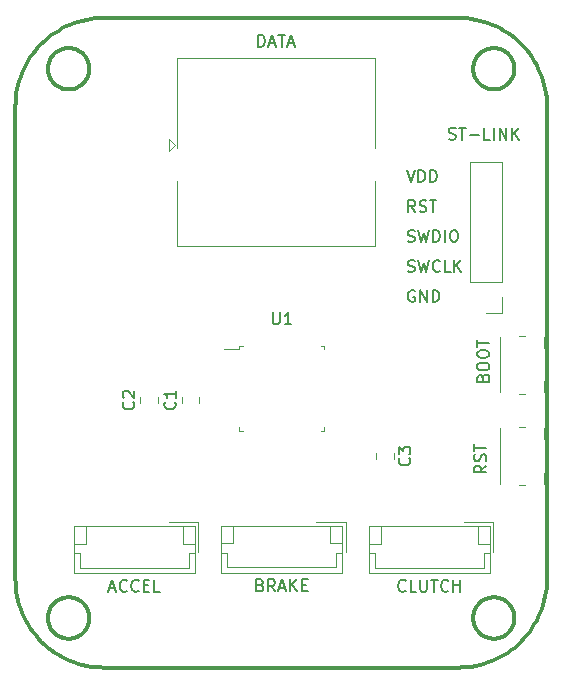
<source format=gbr>
%TF.GenerationSoftware,KiCad,Pcbnew,6.0.9+dfsg-1~bpo11+1*%
%TF.CreationDate,2022-12-30T14:53:09-06:00*%
%TF.ProjectId,Pedals,50656461-6c73-42e6-9b69-6361645f7063,rev?*%
%TF.SameCoordinates,Original*%
%TF.FileFunction,Legend,Top*%
%TF.FilePolarity,Positive*%
%FSLAX46Y46*%
G04 Gerber Fmt 4.6, Leading zero omitted, Abs format (unit mm)*
G04 Created by KiCad (PCBNEW 6.0.9+dfsg-1~bpo11+1) date 2022-12-30 14:53:09*
%MOMM*%
%LPD*%
G01*
G04 APERTURE LIST*
%TA.AperFunction,Profile*%
%ADD10C,0.349999*%
%TD*%
%ADD11C,0.150000*%
%ADD12C,0.120000*%
G04 APERTURE END LIST*
D10*
X163336833Y-77300384D02*
X163402943Y-77352336D01*
X164097310Y-77664445D02*
X164183488Y-77679835D01*
X164359941Y-77697722D02*
X164449996Y-77699999D01*
X125210088Y-74988996D02*
X125421681Y-74687955D01*
X129208697Y-124027430D02*
X129284154Y-123988784D01*
X168510819Y-76621198D02*
X168625807Y-76968736D01*
X165852333Y-121402946D02*
X165800381Y-121336836D01*
X129268735Y-71974189D02*
X129621871Y-71876192D01*
X162911211Y-76784153D02*
X162953349Y-76857438D01*
X126702277Y-122540054D02*
X126709035Y-122628927D01*
X164012643Y-124144904D02*
X164097310Y-124164445D01*
X130144905Y-76387352D02*
X130164446Y-76302685D01*
X128921198Y-72089177D02*
X129268735Y-71974189D01*
X165745378Y-77126660D02*
X165800381Y-77063162D01*
X126953353Y-123357438D02*
X126998872Y-123428441D01*
X130190964Y-76128927D02*
X130197722Y-76040054D01*
X129563162Y-77300384D02*
X129626660Y-77245381D01*
X168913296Y-78408717D02*
X168940779Y-78778096D01*
X129626660Y-121154617D02*
X129563162Y-121099614D01*
X125013959Y-75299323D02*
X125210088Y-74988996D01*
X164449996Y-77699999D02*
X164449996Y-77699999D01*
X166093807Y-75348290D02*
X166062472Y-75268820D01*
X131449999Y-71650000D02*
X161449996Y-71650000D01*
X123986700Y-78408717D02*
X124032193Y-78042476D01*
X130179835Y-122716507D02*
X130190964Y-122628927D01*
X127768820Y-124062475D02*
X127848290Y-124093810D01*
X127288995Y-72910088D02*
X127599322Y-72713959D01*
X124669112Y-75945376D02*
X124833549Y-75618321D01*
X165912041Y-73121681D02*
X166203181Y-73348484D01*
X126755094Y-122012646D02*
X126735553Y-122097313D01*
X129563162Y-121099614D02*
X129497053Y-121047662D01*
X166093807Y-123051708D02*
X166121319Y-122970396D01*
X164628923Y-124190964D02*
X164716504Y-124179835D01*
X165051705Y-124093810D02*
X165131175Y-124062475D01*
X130164446Y-122097313D02*
X130144905Y-122012646D01*
X165357435Y-120953352D02*
X165284150Y-120911214D01*
X168804554Y-77679989D02*
X168867803Y-78042476D01*
X128802686Y-74235553D02*
X128716507Y-74220163D01*
X165208694Y-124027430D02*
X165284150Y-123988784D01*
X129208697Y-77527430D02*
X129284154Y-77488784D01*
X128887352Y-124144904D02*
X128970396Y-124121323D01*
X129745381Y-121273338D02*
X129687437Y-121212562D01*
X125890241Y-74116192D02*
X126146699Y-73846699D01*
X166190961Y-122628927D02*
X166197719Y-122540054D01*
X163402943Y-123852336D02*
X163471554Y-123901127D01*
X165901124Y-121471557D02*
X165852333Y-121402946D01*
X128271072Y-74209034D02*
X128183491Y-74220163D01*
X162755091Y-122887352D02*
X162778672Y-122970396D01*
X128449999Y-120699999D02*
X128449999Y-120699999D01*
X128449999Y-124199999D02*
X128449999Y-124199999D01*
X129626660Y-123745381D02*
X129687437Y-123687436D01*
X130121323Y-122970396D02*
X130144905Y-122887352D01*
X162998868Y-74971557D02*
X162953349Y-75042560D01*
X129946646Y-75042560D02*
X129901127Y-74971557D01*
X125648483Y-123903185D02*
X125421681Y-123612045D01*
X129800385Y-121336836D02*
X129745381Y-121273338D01*
X127154617Y-123626660D02*
X127212562Y-123687436D01*
X124274189Y-121331264D02*
X124176192Y-120978129D01*
X162872565Y-75191301D02*
X162837519Y-75268820D01*
X162778672Y-75429602D02*
X162755091Y-75512646D01*
X166483805Y-73590241D02*
X166753299Y-73846699D01*
X168949996Y-119150000D02*
X168940779Y-119521903D01*
X164887349Y-124144904D02*
X164970393Y-124121323D01*
X162720160Y-76216507D02*
X162735550Y-76302685D01*
X166199996Y-122449999D02*
X166199996Y-122449999D01*
X166179832Y-122716507D02*
X166190961Y-122628927D01*
X126702277Y-122359944D02*
X126700000Y-122449999D01*
X167886037Y-123000677D02*
X167689909Y-123311004D01*
X163047659Y-74902946D02*
X162998868Y-74971557D01*
X165852333Y-76997052D02*
X165901124Y-76928441D01*
X129626660Y-74654617D02*
X129563162Y-74599614D01*
X129428441Y-77401127D02*
X129497053Y-77352336D01*
X127336837Y-123800384D02*
X127402946Y-123852336D01*
X162735550Y-76302685D02*
X162755091Y-76387352D01*
X166199996Y-75949999D02*
X166197719Y-75859944D01*
X130093810Y-121848290D02*
X130062476Y-121768820D01*
X125421681Y-123612045D02*
X125210088Y-123311004D01*
X128012647Y-74255094D02*
X127929603Y-74278675D01*
X130027430Y-76708697D02*
X130062476Y-76631178D01*
X129357438Y-77446646D02*
X129428441Y-77401127D01*
X163212559Y-121212562D02*
X163154614Y-121273338D01*
X126806189Y-76551708D02*
X126837523Y-76631178D01*
X127615845Y-120911214D02*
X127542560Y-120953352D01*
X124176192Y-77321871D02*
X124274189Y-76968736D01*
X130062476Y-123131178D02*
X130093810Y-123051708D01*
X129621871Y-126423808D02*
X129268735Y-126325811D01*
X126696815Y-124951517D02*
X126416192Y-124709760D01*
X165131175Y-120837523D02*
X165051705Y-120806188D01*
X164970393Y-74278675D02*
X164887349Y-74255094D01*
X131449999Y-71650000D02*
X131449999Y-71650000D01*
X128802686Y-124164445D02*
X128887352Y-124144904D01*
X130093810Y-123051708D02*
X130121323Y-122970396D01*
X162911211Y-121615845D02*
X162872565Y-121691301D01*
X162720160Y-75683491D02*
X162709031Y-75771071D01*
X165284150Y-123988784D02*
X165357435Y-123946646D01*
X130199999Y-75949999D02*
X130199999Y-75949999D01*
X168867803Y-120257523D02*
X168804554Y-120620010D01*
X131449999Y-126650000D02*
X131449999Y-126650000D01*
X166197719Y-122359944D02*
X166190961Y-122271071D01*
X165131175Y-124062475D02*
X165208694Y-124027430D01*
X162911211Y-75115845D02*
X162872565Y-75191301D01*
X130027430Y-123208697D02*
X130062476Y-123131178D01*
X163615842Y-120911214D02*
X163542557Y-120953352D01*
X163631260Y-126325811D02*
X163278125Y-126423808D01*
X126720163Y-122183491D02*
X126709035Y-122271071D01*
X128802686Y-77664445D02*
X128887352Y-77644904D01*
X164359941Y-74202276D02*
X164271068Y-74209034D01*
X163615842Y-74411214D02*
X163542557Y-74453352D01*
X165284150Y-74411214D02*
X165208694Y-74372568D01*
X126953353Y-76857438D02*
X126998872Y-76928441D01*
X126735553Y-75597313D02*
X126720163Y-75683491D01*
X162709031Y-75771071D02*
X162702273Y-75859944D01*
X127154617Y-77126660D02*
X127212562Y-77187436D01*
X166062472Y-76631178D02*
X166093807Y-76551708D01*
X127099614Y-77063162D02*
X127154617Y-77126660D01*
X162837519Y-75268820D02*
X162806185Y-75348290D01*
X123959217Y-78778096D02*
X123986700Y-78408717D01*
X127848290Y-74306188D02*
X127768820Y-74337523D01*
X164981675Y-72533549D02*
X165300674Y-72713959D01*
X166062472Y-121768820D02*
X166027427Y-121691301D01*
X129131179Y-74337523D02*
X129051708Y-74306188D01*
X124833549Y-122681679D02*
X124669112Y-122354623D01*
X127336837Y-121099614D02*
X127273339Y-121154617D01*
X166753299Y-124453303D02*
X166753299Y-124453303D01*
X162720160Y-122716507D02*
X162735550Y-122802685D01*
X128970396Y-120778675D02*
X128887352Y-120755094D01*
X126998872Y-74971557D02*
X126953353Y-75042560D01*
X166190961Y-76128927D02*
X166197719Y-76040054D01*
X127099614Y-74836836D02*
X127047662Y-74902946D01*
X168379093Y-122020126D02*
X168230884Y-122354623D01*
X129687437Y-74712562D02*
X129626660Y-74654617D01*
X126735553Y-122802685D02*
X126755094Y-122887352D01*
X165497049Y-74547662D02*
X165428438Y-74498871D01*
X127047662Y-123497052D02*
X127099614Y-123563162D01*
X164540051Y-124197722D02*
X164628923Y-124190964D01*
X166199996Y-75949999D02*
X166199996Y-75949999D01*
X163099611Y-123563162D02*
X163154614Y-123626660D01*
X129051708Y-120806188D02*
X128970396Y-120778675D01*
X130179835Y-75683491D02*
X130164446Y-75597313D01*
X127599322Y-72713959D02*
X127918321Y-72533549D01*
X166190961Y-75771071D02*
X166179832Y-75683491D01*
X130197722Y-122540054D02*
X130199999Y-122449999D01*
X162920006Y-126504558D02*
X162557519Y-126567807D01*
X165626657Y-77245381D02*
X165687433Y-77187436D01*
X164449996Y-120699999D02*
X164449996Y-120699999D01*
X163278125Y-126423808D02*
X162920006Y-126504558D01*
X126700000Y-75949999D02*
X126702277Y-76040054D01*
X127929603Y-120778675D02*
X127848290Y-120806188D01*
X129208697Y-74372568D02*
X129131179Y-74337523D01*
X124520903Y-122020126D02*
X124389177Y-121678801D01*
X127154617Y-121273338D02*
X127099614Y-121336836D01*
X168949996Y-119150000D02*
X168949996Y-119150000D01*
X128579873Y-72220903D02*
X128921198Y-72089177D01*
X129051708Y-74306188D02*
X128970396Y-74278675D01*
X123950000Y-119150000D02*
X123950000Y-79150000D01*
X128628927Y-77690964D02*
X128716507Y-77679835D01*
X166753299Y-124453303D02*
X166483805Y-124709760D01*
X163273335Y-74654617D02*
X163212559Y-74712562D01*
X165428438Y-74498871D02*
X165357435Y-74453352D01*
X126872568Y-76708697D02*
X126911215Y-76784153D01*
X164320122Y-126079096D02*
X163978797Y-126210822D01*
X164540051Y-74202276D02*
X164449996Y-74199999D01*
X163929599Y-74278675D02*
X163848287Y-74306188D01*
X129988784Y-121615845D02*
X129946646Y-121542560D01*
X126911215Y-123284153D02*
X126953353Y-123357438D01*
X128802686Y-120735553D02*
X128716507Y-120720163D01*
X162702273Y-122359944D02*
X162699996Y-122449999D01*
X127336837Y-74599614D02*
X127273339Y-74654617D01*
X166027427Y-76708697D02*
X166062472Y-76631178D01*
X131078096Y-71659217D02*
X131449999Y-71650000D01*
X164359941Y-120702276D02*
X164271068Y-120709034D01*
X127471557Y-123901127D02*
X127542560Y-123946646D01*
X165497049Y-77352336D02*
X165563159Y-77300384D01*
X163848287Y-124093810D02*
X163929599Y-124121323D01*
X127212562Y-74712562D02*
X127154617Y-74773338D01*
X129979989Y-71795442D02*
X130342476Y-71732193D01*
X165051705Y-74306188D02*
X164970393Y-74278675D01*
X165300674Y-72713959D02*
X165611001Y-72910088D01*
X127154617Y-74773338D02*
X127099614Y-74836836D01*
X166121319Y-76470396D02*
X166144901Y-76387352D01*
X129852337Y-74902946D02*
X129800385Y-74836836D01*
X164183488Y-120720163D02*
X164097310Y-120735553D01*
X126872568Y-75191301D02*
X126837523Y-75268820D01*
X128449999Y-77699999D02*
X128449999Y-77699999D01*
X165051705Y-77593810D02*
X165131175Y-77562475D01*
X166197719Y-122540054D02*
X166199996Y-122449999D01*
X163768817Y-77562475D02*
X163848287Y-77593810D01*
X127929603Y-124121323D02*
X128012647Y-124144904D01*
X128716507Y-77679835D02*
X128802686Y-77664445D01*
X168949996Y-79150000D02*
X168949996Y-119150000D01*
X161449996Y-71650000D02*
X161449996Y-71650000D01*
X162702273Y-76040054D02*
X162709031Y-76128927D01*
X166062472Y-75268820D02*
X166027427Y-75191301D01*
X129745381Y-77126660D02*
X129800385Y-77063162D01*
X127691302Y-74372568D02*
X127615845Y-74411214D01*
X127848290Y-120806188D02*
X127768820Y-120837523D01*
X168723804Y-77321871D02*
X168804554Y-77679989D01*
X130144905Y-122012646D02*
X130121323Y-121929602D01*
X127212562Y-77187436D02*
X127273339Y-77245381D01*
X127402946Y-121047662D02*
X127336837Y-121099614D01*
X129901127Y-76928441D02*
X129946646Y-76857438D01*
X129497053Y-123852336D02*
X129563162Y-123800384D01*
X128921198Y-126210822D02*
X128579873Y-126079096D01*
X168066447Y-122681679D02*
X167886037Y-123000677D01*
X129208697Y-120872568D02*
X129131179Y-120837523D01*
X128183491Y-74220163D02*
X128097313Y-74235553D01*
X125648483Y-74396816D02*
X125890241Y-74116192D01*
X165687433Y-123687436D02*
X165745378Y-123626660D01*
X163978797Y-72089177D02*
X164320122Y-72220903D01*
X127273339Y-123745381D02*
X127336837Y-123800384D01*
X165563159Y-121099614D02*
X165497049Y-121047662D01*
X165988781Y-121615845D02*
X165946643Y-121542560D01*
X165563159Y-77300384D02*
X165626657Y-77245381D01*
X130342476Y-126567807D02*
X129979989Y-126504558D01*
X123950000Y-79150000D02*
X123959217Y-78778096D01*
X129946646Y-121542560D02*
X129901127Y-121471557D01*
X127929603Y-77621323D02*
X128012647Y-77644904D01*
X164802682Y-120735553D02*
X164716504Y-120720163D01*
X130199999Y-122449999D02*
X130199999Y-122449999D01*
X124520903Y-76279874D02*
X124669112Y-75945376D01*
X126416192Y-73590241D02*
X126696815Y-73348484D01*
X129988784Y-75115845D02*
X129946646Y-75042560D01*
X162837519Y-121768820D02*
X162806185Y-121848290D01*
X130062476Y-75268820D02*
X130027430Y-75191301D01*
X165946643Y-75042560D02*
X165901124Y-74971557D01*
X127768820Y-120837523D02*
X127691302Y-120872568D01*
X164716504Y-77679835D02*
X164802682Y-77664445D01*
X163691298Y-77527430D02*
X163768817Y-77562475D01*
X163047659Y-76997052D02*
X163099611Y-77063162D01*
X126998872Y-123428441D02*
X127047662Y-123497052D01*
X164359941Y-124197722D02*
X164449996Y-124199999D01*
X166144901Y-75512646D02*
X166121319Y-75429602D01*
X162699996Y-75949999D02*
X162699996Y-75949999D01*
X165852333Y-123497052D02*
X165901124Y-123428441D01*
X163273335Y-77245381D02*
X163336833Y-77300384D01*
X164970393Y-77621323D02*
X165051705Y-77593810D01*
X168230884Y-122354623D02*
X168066447Y-122681679D01*
X162872565Y-76708697D02*
X162911211Y-76784153D01*
X128887352Y-120755094D02*
X128802686Y-120735553D01*
X164887349Y-74255094D02*
X164802682Y-74235553D01*
X128245376Y-125930888D02*
X127918321Y-125766451D01*
X168949996Y-79150000D02*
X168949996Y-79150000D01*
X163929599Y-77621323D02*
X164012643Y-77644904D01*
X130164446Y-75597313D02*
X130144905Y-75512646D01*
X129497053Y-77352336D02*
X129563162Y-77300384D01*
X128359944Y-120702276D02*
X128271072Y-120709034D01*
X164097310Y-124164445D02*
X164183488Y-124179835D01*
X123986700Y-119891283D02*
X123959217Y-119521903D01*
X164271068Y-77690964D02*
X164359941Y-77697722D01*
X164012643Y-120755094D02*
X163929599Y-120778675D01*
X168867803Y-78042476D02*
X168913296Y-78408717D01*
X165563159Y-123800384D02*
X165626657Y-123745381D01*
X167009756Y-74116192D02*
X167251513Y-74396816D01*
X163099611Y-77063162D02*
X163154614Y-77126660D01*
X129852337Y-123497052D02*
X129901127Y-123428441D01*
X166199996Y-122449999D02*
X166199996Y-122449999D01*
X130197722Y-76040054D02*
X130199999Y-75949999D01*
X165852333Y-74902946D02*
X165800381Y-74836836D01*
X128097313Y-124164445D02*
X128183491Y-124179835D01*
X129428441Y-123901127D02*
X129497053Y-123852336D01*
X164449996Y-120699999D02*
X164359941Y-120702276D01*
X164271068Y-120709034D02*
X164183488Y-120720163D01*
X164716504Y-120720163D02*
X164628923Y-120709034D01*
X126755094Y-76387352D02*
X126778676Y-76470396D01*
X163768817Y-120837523D02*
X163691298Y-120872568D01*
X130190964Y-75771071D02*
X130179835Y-75683491D01*
X126720163Y-76216507D02*
X126735553Y-76302685D01*
X130164446Y-76302685D02*
X130179835Y-76216507D01*
X163471554Y-77401127D02*
X163542557Y-77446646D01*
X166164442Y-122802685D02*
X166179832Y-122716507D01*
X127273339Y-74654617D02*
X127212562Y-74712562D01*
X164097310Y-74235553D02*
X164012643Y-74255094D01*
X130164446Y-122802685D02*
X130179835Y-122716507D01*
X166190961Y-122271071D02*
X166179832Y-122183491D01*
X162191279Y-126613300D02*
X161821900Y-126640782D01*
X166164442Y-76302685D02*
X166179832Y-76216507D01*
X129946646Y-123357438D02*
X129988784Y-123284153D01*
X128628927Y-120709034D02*
X128540054Y-120702276D01*
X124095442Y-120620010D02*
X124032193Y-120257523D01*
X128359944Y-77697722D02*
X128449999Y-77699999D01*
X129800385Y-74836836D02*
X129745381Y-74773338D01*
X166093807Y-121848290D02*
X166062472Y-121768820D01*
X126709035Y-76128927D02*
X126720163Y-76216507D01*
X130027430Y-75191301D02*
X129988784Y-75115845D01*
X165901124Y-74971557D02*
X165852333Y-74902946D01*
X126872568Y-123208697D02*
X126911215Y-123284153D01*
X166144901Y-122012646D02*
X166121319Y-121929602D01*
X126735553Y-76302685D02*
X126755094Y-76387352D01*
X168625807Y-121331264D02*
X168510819Y-121678801D01*
X128970396Y-74278675D02*
X128887352Y-74255094D01*
X130062476Y-76631178D02*
X130093810Y-76551708D01*
X129621871Y-71876192D02*
X129979989Y-71795442D01*
X165051705Y-120806188D02*
X164970393Y-120778675D01*
X165946643Y-121542560D02*
X165901124Y-121471557D01*
X167689909Y-74988996D02*
X167886037Y-75299323D01*
X129901127Y-74971557D02*
X129852337Y-74902946D01*
X126806189Y-75348290D02*
X126778676Y-75429602D01*
X126700000Y-122449999D02*
X126700000Y-122449999D01*
X126720163Y-122716507D02*
X126735553Y-122802685D01*
X127099614Y-123563162D02*
X127154617Y-123626660D01*
X127402946Y-77352336D02*
X127471557Y-77401127D01*
X129284154Y-74411214D02*
X129208697Y-74372568D01*
X128540054Y-74202276D02*
X128449999Y-74199999D01*
X130708716Y-126613300D02*
X130342476Y-126567807D01*
X161821900Y-126640782D02*
X161449996Y-126650000D01*
X166093807Y-76551708D02*
X166121319Y-76470396D01*
X126911215Y-121615845D02*
X126872568Y-121691301D01*
X128097313Y-77664445D02*
X128183491Y-77679835D01*
X163273335Y-123745381D02*
X163336833Y-123800384D01*
X126998872Y-76928441D02*
X127047662Y-76997052D01*
X124095442Y-77679989D02*
X124176192Y-77321871D01*
X129428441Y-120998871D02*
X129357438Y-120953352D01*
X168510819Y-121678801D02*
X168379093Y-122020126D01*
X163471554Y-74498871D02*
X163402943Y-74547662D01*
X161449996Y-71650000D02*
X161821900Y-71659217D01*
X163471554Y-123901127D02*
X163542557Y-123946646D01*
X129268735Y-126325811D02*
X128921198Y-126210822D01*
X129497053Y-121047662D02*
X129428441Y-120998871D01*
X129687437Y-121212562D02*
X129626660Y-121154617D01*
X127615845Y-74411214D02*
X127542560Y-74453352D01*
X127336837Y-77300384D02*
X127402946Y-77352336D01*
X162806185Y-75348290D02*
X162778672Y-75429602D01*
X163336833Y-74599614D02*
X163273335Y-74654617D01*
X126953353Y-121542560D02*
X126911215Y-121615845D01*
X161449996Y-126650000D02*
X131449999Y-126650000D01*
X130121323Y-75429602D02*
X130093810Y-75348290D01*
X164887349Y-77644904D02*
X164970393Y-77621323D01*
X163631260Y-71974189D02*
X163978797Y-72089177D01*
X126806189Y-121848290D02*
X126778676Y-121929602D01*
X128579873Y-126079096D02*
X128245376Y-125930888D01*
X163154614Y-121273338D02*
X163099611Y-121336836D01*
X128449999Y-74199999D02*
X128449999Y-74199999D01*
X129357438Y-123946646D02*
X129428441Y-123901127D01*
X162806185Y-76551708D02*
X162837519Y-76631178D01*
X127615845Y-77488784D02*
X127691302Y-77527430D01*
X162735550Y-122802685D02*
X162755091Y-122887352D01*
X127542560Y-77446646D02*
X127615845Y-77488784D01*
X162557519Y-126567807D02*
X162191279Y-126613300D01*
X126987955Y-125178320D02*
X126696815Y-124951517D01*
X127615845Y-123988784D02*
X127691302Y-124027430D01*
X129988784Y-76784153D02*
X130027430Y-76708697D01*
X128716507Y-74220163D02*
X128628927Y-74209034D01*
X165745378Y-123626660D02*
X165800381Y-123563162D01*
X163471554Y-120998871D02*
X163402943Y-121047662D01*
X128183491Y-124179835D02*
X128271072Y-124190964D01*
X166121319Y-75429602D02*
X166093807Y-75348290D01*
X163154614Y-77126660D02*
X163212559Y-77187436D01*
X163542557Y-120953352D02*
X163471554Y-120998871D01*
X168230884Y-75945376D02*
X168379093Y-76279874D01*
X164012643Y-74255094D02*
X163929599Y-74278675D01*
X129979989Y-126504558D02*
X129621871Y-126423808D01*
X128449999Y-74199999D02*
X128359944Y-74202276D01*
X128359944Y-124197722D02*
X128449999Y-124199999D01*
X162709031Y-122271071D02*
X162702273Y-122359944D01*
X124833549Y-75618321D02*
X125013959Y-75299323D01*
X164449996Y-74199999D02*
X164359941Y-74202276D01*
X165131175Y-77562475D02*
X165208694Y-77527430D01*
X165497049Y-123852336D02*
X165563159Y-123800384D01*
X163336833Y-121099614D02*
X163273335Y-121154617D01*
X129745381Y-123626660D02*
X129800385Y-123563162D01*
X128183491Y-120720163D02*
X128097313Y-120735553D01*
X162953349Y-121542560D02*
X162911211Y-121615845D01*
X124389177Y-121678801D02*
X124274189Y-121331264D01*
X127691302Y-120872568D02*
X127615845Y-120911214D01*
X127929603Y-74278675D02*
X127848290Y-74306188D01*
X162778672Y-76470396D02*
X162806185Y-76551708D01*
X165208694Y-77527430D02*
X165284150Y-77488784D01*
X128628927Y-124190964D02*
X128716507Y-124179835D01*
X165357435Y-77446646D02*
X165428438Y-77401127D01*
X128271072Y-77690964D02*
X128359944Y-77697722D01*
X162837519Y-76631178D02*
X162872565Y-76708697D01*
X163691298Y-120872568D02*
X163615842Y-120911214D01*
X163768817Y-124062475D02*
X163848287Y-124093810D01*
X165800381Y-121336836D02*
X165745378Y-121273338D01*
X168940779Y-78778096D02*
X168949996Y-79150000D01*
X129800385Y-123563162D02*
X129852337Y-123497052D01*
X130144905Y-75512646D02*
X130121323Y-75429602D01*
X163768817Y-74337523D02*
X163691298Y-74372568D01*
X166199996Y-122449999D02*
X166197719Y-122359944D01*
X165497049Y-121047662D02*
X165428438Y-120998871D01*
X129946646Y-76857438D02*
X129988784Y-76784153D01*
X126702277Y-75859944D02*
X126700000Y-75949999D01*
X162709031Y-122628927D02*
X162720160Y-122716507D01*
X164628923Y-74209034D02*
X164540051Y-74202276D01*
X164271068Y-74209034D02*
X164183488Y-74220163D01*
X163402943Y-77352336D02*
X163471554Y-77401127D01*
X165988781Y-75115845D02*
X165946643Y-75042560D01*
X164320122Y-72220903D02*
X164654620Y-72369112D01*
X130062476Y-121768820D02*
X130027430Y-121691301D01*
X164716504Y-74220163D02*
X164628923Y-74209034D01*
X167886037Y-75299323D02*
X168066447Y-75618321D01*
X126778676Y-76470396D02*
X126806189Y-76551708D01*
X124669112Y-122354623D02*
X124520903Y-122020126D01*
X127099614Y-121336836D02*
X127047662Y-121402946D01*
X163212559Y-77187436D02*
X163273335Y-77245381D01*
X166164442Y-122097313D02*
X166144901Y-122012646D01*
X167689909Y-123311004D02*
X167478316Y-123612045D01*
X130199999Y-122449999D02*
X130197722Y-122359944D01*
X130190964Y-122271071D02*
X130179835Y-122183491D01*
X163154614Y-74773338D02*
X163099611Y-74836836D01*
X127848290Y-77593810D02*
X127929603Y-77621323D01*
X129626660Y-77245381D02*
X129687437Y-77187436D01*
X163848287Y-120806188D02*
X163768817Y-120837523D01*
X165626657Y-121154617D02*
X165563159Y-121099614D01*
X126911215Y-75115845D02*
X126872568Y-75191301D01*
X165687433Y-121212562D02*
X165626657Y-121154617D01*
X166753299Y-73846699D02*
X166753299Y-73846699D01*
X130121323Y-76470396D02*
X130144905Y-76387352D01*
X163212559Y-74712562D02*
X163154614Y-74773338D01*
X126837523Y-76631178D02*
X126872568Y-76708697D01*
X128540054Y-124197722D02*
X128628927Y-124190964D01*
X128887352Y-77644904D02*
X128970396Y-77621323D01*
X165800381Y-123563162D02*
X165852333Y-123497052D01*
X164802682Y-74235553D02*
X164716504Y-74220163D01*
X165626657Y-123745381D02*
X165687433Y-123687436D01*
X130093810Y-76551708D02*
X130121323Y-76470396D01*
X128449999Y-120699999D02*
X128359944Y-120702276D01*
X164449996Y-74199999D02*
X164449996Y-74199999D01*
X130342476Y-71732193D02*
X130708716Y-71686700D01*
X130197722Y-122359944D02*
X130190964Y-122271071D01*
X164628923Y-120709034D02*
X164540051Y-120702276D01*
X126700000Y-122449999D02*
X126702277Y-122540054D01*
X166203181Y-73348484D02*
X166483805Y-73590241D01*
X163402943Y-121047662D02*
X163336833Y-121099614D01*
X126416192Y-124709760D02*
X126146699Y-124453303D01*
X161821900Y-71659217D02*
X162191279Y-71686700D01*
X128628927Y-74209034D02*
X128540054Y-74202276D01*
X126720163Y-75683491D02*
X126709035Y-75771071D01*
X167478316Y-123612045D02*
X167251513Y-123903185D01*
X127047662Y-121402946D02*
X126998872Y-121471557D01*
X164097310Y-120735553D02*
X164012643Y-120755094D01*
X128012647Y-77644904D02*
X128097313Y-77664445D01*
X162720160Y-122183491D02*
X162709031Y-122271071D01*
X162998868Y-123428441D02*
X163047659Y-123497052D01*
X126709035Y-122628927D02*
X126720163Y-122716507D01*
X166203181Y-124951517D02*
X165912041Y-125178320D01*
X165687433Y-74712562D02*
X165626657Y-74654617D01*
X162778672Y-122970396D02*
X162806185Y-123051708D01*
X166027427Y-121691301D02*
X165988781Y-121615845D01*
X162872565Y-123208697D02*
X162911211Y-123284153D01*
X130179835Y-76216507D02*
X130190964Y-76128927D01*
X162755091Y-122012646D02*
X162735550Y-122097313D01*
X163542557Y-74453352D02*
X163471554Y-74498871D01*
X168940779Y-119521903D02*
X168913296Y-119891283D01*
X166483805Y-124709760D02*
X166203181Y-124951517D01*
X162755091Y-76387352D02*
X162778672Y-76470396D01*
X163047659Y-123497052D02*
X163099611Y-123563162D01*
X126806189Y-123051708D02*
X126837523Y-123131178D01*
X165626657Y-74654617D02*
X165563159Y-74599614D01*
X165901124Y-76928441D02*
X165946643Y-76857438D01*
X165563159Y-74599614D02*
X165497049Y-74547662D01*
X164540051Y-77697722D02*
X164628923Y-77690964D01*
X164887349Y-120755094D02*
X164802682Y-120735553D01*
X165284150Y-77488784D02*
X165357435Y-77446646D01*
X166179832Y-122183491D02*
X166164442Y-122097313D01*
X127288995Y-125389912D02*
X126987955Y-125178320D01*
X130121323Y-121929602D02*
X130093810Y-121848290D01*
X165687433Y-77187436D02*
X165745378Y-77126660D01*
X162709031Y-76128927D02*
X162720160Y-76216507D01*
X165300674Y-125586041D02*
X164981675Y-125766451D01*
X127047662Y-74902946D02*
X126998872Y-74971557D01*
X127273339Y-121154617D02*
X127212562Y-121212562D01*
X126778676Y-121929602D02*
X126755094Y-122012646D01*
X164449996Y-124199999D02*
X164449996Y-124199999D01*
X163691298Y-74372568D02*
X163615842Y-74411214D01*
X128970396Y-124121323D02*
X129051708Y-124093810D01*
X129745381Y-74773338D02*
X129687437Y-74712562D01*
X125890241Y-124183809D02*
X125648483Y-123903185D01*
X165611001Y-72910088D02*
X165912041Y-73121681D01*
X163848287Y-77593810D02*
X163929599Y-77621323D01*
X128970396Y-77621323D02*
X129051708Y-77593810D01*
X166164442Y-75597313D02*
X166144901Y-75512646D01*
X128716507Y-124179835D02*
X128802686Y-124164445D01*
X127471557Y-74498871D02*
X127402946Y-74547662D01*
X130708716Y-71686700D02*
X131078096Y-71659217D01*
X128097313Y-74235553D02*
X128012647Y-74255094D01*
X125210088Y-123311004D02*
X125013959Y-123000677D01*
X165428438Y-123901127D02*
X165497049Y-123852336D01*
X126146699Y-124453303D02*
X125890241Y-124183809D01*
X127471557Y-77401127D02*
X127542560Y-77446646D01*
X165131175Y-74337523D02*
X165051705Y-74306188D01*
X128716507Y-120720163D02*
X128628927Y-120709034D01*
X131449999Y-126650000D02*
X131078096Y-126640782D01*
X128449999Y-124199999D02*
X128540054Y-124197722D01*
X164183488Y-77679835D02*
X164271068Y-77690964D01*
X130199999Y-75949999D02*
X130197722Y-75859944D01*
X162998868Y-76928441D02*
X163047659Y-76997052D01*
X126146699Y-124453303D02*
X126146699Y-124453303D01*
X126700000Y-75949999D02*
X126700000Y-75949999D01*
X126778676Y-75429602D02*
X126755094Y-75512646D01*
X168804554Y-120620010D02*
X168723804Y-120978129D01*
X130144905Y-122887352D02*
X130164446Y-122802685D01*
X165428438Y-120998871D02*
X165357435Y-120953352D01*
X166753299Y-73846699D02*
X167009756Y-74116192D01*
X161449996Y-126650000D02*
X161449996Y-126650000D01*
X125421681Y-74687955D02*
X125648483Y-74396816D01*
X123950000Y-79150000D02*
X123950000Y-79150000D01*
X127273339Y-77245381D02*
X127336837Y-77300384D01*
X127471557Y-120998871D02*
X127402946Y-121047662D01*
X128183491Y-77679835D02*
X128271072Y-77690964D01*
X163542557Y-123946646D02*
X163615842Y-123988784D01*
X165745378Y-121273338D02*
X165687433Y-121212562D01*
X130027430Y-121691301D02*
X129988784Y-121615845D01*
X131078096Y-126640782D02*
X130708716Y-126613300D01*
X165800381Y-74836836D02*
X165745378Y-74773338D01*
X166027427Y-75191301D02*
X165988781Y-75115845D01*
X126837523Y-75268820D02*
X126806189Y-75348290D01*
X126987955Y-73121681D02*
X127288995Y-72910088D01*
X163691298Y-124027430D02*
X163768817Y-124062475D01*
X128271072Y-124190964D02*
X128359944Y-124197722D01*
X162702273Y-122540054D02*
X162709031Y-122628927D01*
X130179835Y-122183491D02*
X130164446Y-122097313D01*
X127047662Y-76997052D02*
X127099614Y-77063162D01*
X126709035Y-75771071D02*
X126702277Y-75859944D01*
X126696815Y-73348484D02*
X126987955Y-73121681D01*
X168379093Y-76279874D02*
X168510819Y-76621198D01*
X164449996Y-124199999D02*
X164540051Y-124197722D01*
X129051708Y-124093810D02*
X129131179Y-124062475D01*
X165901124Y-123428441D02*
X165946643Y-123357438D01*
X163212559Y-123687436D02*
X163273335Y-123745381D01*
X124389177Y-76621198D02*
X124520903Y-76279874D01*
X164271068Y-124190964D02*
X164359941Y-124197722D01*
X129131179Y-120837523D02*
X129051708Y-120806188D01*
X124176192Y-120978129D02*
X124095442Y-120620010D01*
X162920006Y-71795442D02*
X163278125Y-71876192D01*
X165357435Y-74453352D02*
X165284150Y-74411214D01*
X126709035Y-122271071D02*
X126702277Y-122359944D01*
X128449999Y-77699999D02*
X128540054Y-77697722D01*
X167251513Y-123903185D02*
X167009756Y-124183809D01*
X166121319Y-122970396D02*
X166144901Y-122887352D01*
X128540054Y-120702276D02*
X128449999Y-120699999D01*
X164802682Y-77664445D02*
X164887349Y-77644904D01*
X164183488Y-74220163D02*
X164097310Y-74235553D01*
X165946643Y-123357438D02*
X165988781Y-123284153D01*
X129687437Y-123687436D02*
X129745381Y-123626660D01*
X162778672Y-121929602D02*
X162755091Y-122012646D01*
X129284154Y-77488784D02*
X129357438Y-77446646D01*
X165800381Y-77063162D02*
X165852333Y-76997052D01*
X163154614Y-123626660D02*
X163212559Y-123687436D01*
X129901127Y-123428441D02*
X129946646Y-123357438D01*
X165208694Y-74372568D02*
X165131175Y-74337523D01*
X130199999Y-75949999D02*
X130199999Y-75949999D01*
X129428441Y-74498871D02*
X129357438Y-74453352D01*
X126146699Y-73846699D02*
X126416192Y-73590241D01*
X166197719Y-75859944D02*
X166190961Y-75771071D01*
X163099611Y-74836836D02*
X163047659Y-74902946D01*
X164183488Y-124179835D02*
X164271068Y-124190964D01*
X129988784Y-123284153D02*
X130027430Y-123208697D01*
X128097313Y-120735553D02*
X128012647Y-120755094D01*
X164628923Y-77690964D02*
X164716504Y-77679835D01*
X165745378Y-74773338D02*
X165687433Y-74712562D01*
X129852337Y-76997052D02*
X129901127Y-76928441D01*
X162735550Y-122097313D02*
X162720160Y-122183491D01*
X162699996Y-122449999D02*
X162699996Y-122449999D01*
X127402946Y-123852336D02*
X127471557Y-123901127D01*
X125013959Y-123000677D02*
X124833549Y-122681679D01*
X162872565Y-121691301D02*
X162837519Y-121768820D01*
X124032193Y-78042476D02*
X124095442Y-77679989D01*
X165988781Y-123284153D02*
X166027427Y-123208697D01*
X126911215Y-76784153D02*
X126953353Y-76857438D01*
X126872568Y-121691301D02*
X126837523Y-121768820D01*
X162953349Y-75042560D02*
X162911211Y-75115845D01*
X163929599Y-120778675D02*
X163848287Y-120806188D01*
X126837523Y-123131178D02*
X126872568Y-123208697D01*
X168723804Y-120978129D02*
X168625807Y-121331264D01*
X126953353Y-75042560D02*
X126911215Y-75115845D01*
X129563162Y-123800384D02*
X129626660Y-123745381D01*
X126735553Y-122097313D02*
X126720163Y-122183491D01*
X129687437Y-77187436D02*
X129745381Y-77126660D01*
X164970393Y-124121323D02*
X165051705Y-124093810D01*
X129497053Y-74547662D02*
X129428441Y-74498871D01*
X124274189Y-76968736D02*
X124389177Y-76621198D01*
X163542557Y-77446646D02*
X163615842Y-77488784D01*
X128359944Y-74202276D02*
X128271072Y-74209034D01*
X127768820Y-77562475D02*
X127848290Y-77593810D01*
X129357438Y-74453352D02*
X129284154Y-74411214D01*
X164981675Y-125766451D02*
X164654620Y-125930888D01*
X129131179Y-77562475D02*
X129208697Y-77527430D01*
X123959217Y-119521903D02*
X123950000Y-119150000D01*
X162806185Y-123051708D02*
X162837519Y-123131178D01*
X126837523Y-121768820D02*
X126806189Y-121848290D01*
X164540051Y-120702276D02*
X164449996Y-120699999D01*
X129901127Y-121471557D02*
X129852337Y-121402946D01*
X128012647Y-124144904D02*
X128097313Y-124164445D01*
X163402943Y-74547662D02*
X163336833Y-74599614D01*
X163099611Y-121336836D02*
X163047659Y-121402946D01*
X166199996Y-75949999D02*
X166199996Y-75949999D01*
X162998868Y-121471557D02*
X162953349Y-121542560D01*
X127918321Y-72533549D02*
X128245376Y-72369112D01*
X163615842Y-123988784D02*
X163691298Y-124027430D01*
X162699996Y-75949999D02*
X162702273Y-76040054D01*
X164716504Y-124179835D02*
X164802682Y-124164445D01*
X163615842Y-77488784D02*
X163691298Y-77527430D01*
X162837519Y-123131178D02*
X162872565Y-123208697D01*
X166027427Y-123208697D02*
X166062472Y-123131178D01*
X162953349Y-76857438D02*
X162998868Y-76928441D01*
X164012643Y-77644904D02*
X164097310Y-77664445D01*
X129284154Y-123988784D02*
X129357438Y-123946646D01*
X127542560Y-74453352D02*
X127471557Y-74498871D01*
X165988781Y-76784153D02*
X166027427Y-76708697D01*
X127848290Y-124093810D02*
X127929603Y-124121323D01*
X163978797Y-126210822D02*
X163631260Y-126325811D01*
X126778676Y-122970396D02*
X126806189Y-123051708D01*
X126702277Y-76040054D02*
X126709035Y-76128927D01*
X127542560Y-123946646D02*
X127615845Y-123988784D01*
X127542560Y-120953352D02*
X127471557Y-120998871D01*
X168066447Y-75618321D02*
X168230884Y-75945376D01*
X166062472Y-123131178D02*
X166093807Y-123051708D01*
X129852337Y-121402946D02*
X129800385Y-121336836D01*
X162702273Y-75859944D02*
X162699996Y-75949999D01*
X162806185Y-121848290D02*
X162778672Y-121929602D01*
X163848287Y-74306188D02*
X163768817Y-74337523D01*
X164802682Y-124164445D02*
X164887349Y-124144904D01*
X166144901Y-122887352D02*
X166164442Y-122802685D01*
X127918321Y-125766451D02*
X127599322Y-125586041D01*
X128887352Y-74255094D02*
X128802686Y-74235553D01*
X126755094Y-122887352D02*
X126778676Y-122970396D01*
X165208694Y-120872568D02*
X165131175Y-120837523D01*
X165284150Y-120911214D02*
X165208694Y-120872568D01*
X128012647Y-120755094D02*
X127929603Y-120778675D01*
X164970393Y-120778675D02*
X164887349Y-120755094D01*
X129284154Y-120911214D02*
X129208697Y-120872568D01*
X127212562Y-123687436D02*
X127273339Y-123745381D01*
X164654620Y-125930888D02*
X164320122Y-126079096D01*
X168625807Y-76968736D02*
X168723804Y-77321871D01*
X127402946Y-74547662D02*
X127336837Y-74599614D01*
X127212562Y-121212562D02*
X127154617Y-121273338D01*
X164449996Y-77699999D02*
X164540051Y-77697722D01*
X163273335Y-121154617D02*
X163212559Y-121212562D01*
X167478316Y-74687955D02*
X167689909Y-74988996D01*
X130093810Y-75348290D02*
X130062476Y-75268820D01*
X128271072Y-120709034D02*
X128183491Y-120720163D01*
X164654620Y-72369112D02*
X164981675Y-72533549D01*
X163278125Y-71876192D02*
X163631260Y-71974189D01*
X128540054Y-77697722D02*
X128628927Y-77690964D01*
X127768820Y-74337523D02*
X127691302Y-74372568D01*
X166144901Y-76387352D02*
X166164442Y-76302685D01*
X129563162Y-74599614D02*
X129497053Y-74547662D01*
X166179832Y-76216507D02*
X166190961Y-76128927D01*
X130197722Y-75859944D02*
X130190964Y-75771071D01*
X165428438Y-77401127D02*
X165497049Y-77352336D01*
X127691302Y-77527430D02*
X127768820Y-77562475D01*
X162557519Y-71732193D02*
X162920006Y-71795442D01*
X126998872Y-121471557D02*
X126953353Y-121542560D01*
X124032193Y-120257523D02*
X123986700Y-119891283D01*
X165611001Y-125389912D02*
X165300674Y-125586041D01*
X130190964Y-122628927D02*
X130197722Y-122540054D01*
X127691302Y-124027430D02*
X127768820Y-124062475D01*
X162953349Y-123357438D02*
X162998868Y-123428441D01*
X163929599Y-124121323D02*
X164012643Y-124144904D01*
X162191279Y-71686700D02*
X162557519Y-71732193D01*
X167251513Y-74396816D02*
X167478316Y-74687955D01*
X162755091Y-75512646D02*
X162735550Y-75597313D01*
X129051708Y-77593810D02*
X129131179Y-77562475D01*
X162735550Y-75597313D02*
X162720160Y-75683491D01*
X162699996Y-122449999D02*
X162702273Y-122540054D01*
X127599322Y-125586041D02*
X127288995Y-125389912D01*
X167009756Y-124183809D02*
X166753299Y-124453303D01*
X163047659Y-121402946D02*
X162998868Y-121471557D01*
X129357438Y-120953352D02*
X129284154Y-120911214D01*
X166121319Y-121929602D02*
X166093807Y-121848290D01*
X165912041Y-125178320D02*
X165611001Y-125389912D01*
X165357435Y-123946646D02*
X165428438Y-123901127D01*
X129131179Y-124062475D02*
X129208697Y-124027430D01*
X165946643Y-76857438D02*
X165988781Y-76784153D01*
X168913296Y-119891283D02*
X168867803Y-120257523D01*
X163336833Y-123800384D02*
X163402943Y-123852336D01*
X130199999Y-122449999D02*
X130199999Y-122449999D01*
X129800385Y-77063162D02*
X129852337Y-76997052D01*
X166179832Y-75683491D02*
X166164442Y-75597313D01*
X126146699Y-73846699D02*
X126146699Y-73846699D01*
X162911211Y-123284153D02*
X162953349Y-123357438D01*
X126755094Y-75512646D02*
X126735553Y-75597313D01*
X128245376Y-72369112D02*
X128579873Y-72220903D01*
X166197719Y-76040054D02*
X166199996Y-75949999D01*
D11*
X157785714Y-88064880D02*
X157452381Y-87588690D01*
X157214286Y-88064880D02*
X157214286Y-87064880D01*
X157595238Y-87064880D01*
X157690476Y-87112500D01*
X157738095Y-87160119D01*
X157785714Y-87255357D01*
X157785714Y-87398214D01*
X157738095Y-87493452D01*
X157690476Y-87541071D01*
X157595238Y-87588690D01*
X157214286Y-87588690D01*
X158166667Y-88017261D02*
X158309524Y-88064880D01*
X158547619Y-88064880D01*
X158642857Y-88017261D01*
X158690476Y-87969642D01*
X158738095Y-87874404D01*
X158738095Y-87779166D01*
X158690476Y-87683928D01*
X158642857Y-87636309D01*
X158547619Y-87588690D01*
X158357143Y-87541071D01*
X158261905Y-87493452D01*
X158214286Y-87445833D01*
X158166667Y-87350595D01*
X158166667Y-87255357D01*
X158214286Y-87160119D01*
X158261905Y-87112500D01*
X158357143Y-87064880D01*
X158595238Y-87064880D01*
X158738095Y-87112500D01*
X159023810Y-87064880D02*
X159595238Y-87064880D01*
X159309524Y-88064880D02*
X159309524Y-87064880D01*
X157166667Y-90557261D02*
X157309524Y-90604880D01*
X157547619Y-90604880D01*
X157642857Y-90557261D01*
X157690476Y-90509642D01*
X157738095Y-90414404D01*
X157738095Y-90319166D01*
X157690476Y-90223928D01*
X157642857Y-90176309D01*
X157547619Y-90128690D01*
X157357143Y-90081071D01*
X157261905Y-90033452D01*
X157214286Y-89985833D01*
X157166667Y-89890595D01*
X157166667Y-89795357D01*
X157214286Y-89700119D01*
X157261905Y-89652500D01*
X157357143Y-89604880D01*
X157595238Y-89604880D01*
X157738095Y-89652500D01*
X158071429Y-89604880D02*
X158309524Y-90604880D01*
X158500000Y-89890595D01*
X158690476Y-90604880D01*
X158928572Y-89604880D01*
X159309524Y-90604880D02*
X159309524Y-89604880D01*
X159547619Y-89604880D01*
X159690476Y-89652500D01*
X159785715Y-89747738D01*
X159833334Y-89842976D01*
X159880953Y-90033452D01*
X159880953Y-90176309D01*
X159833334Y-90366785D01*
X159785715Y-90462023D01*
X159690476Y-90557261D01*
X159547619Y-90604880D01*
X159309524Y-90604880D01*
X160309524Y-90604880D02*
X160309524Y-89604880D01*
X160976191Y-89604880D02*
X161166667Y-89604880D01*
X161261905Y-89652500D01*
X161357143Y-89747738D01*
X161404762Y-89938214D01*
X161404762Y-90271547D01*
X161357143Y-90462023D01*
X161261905Y-90557261D01*
X161166667Y-90604880D01*
X160976191Y-90604880D01*
X160880953Y-90557261D01*
X160785715Y-90462023D01*
X160738095Y-90271547D01*
X160738095Y-89938214D01*
X160785715Y-89747738D01*
X160880953Y-89652500D01*
X160976191Y-89604880D01*
X157166667Y-93097261D02*
X157309524Y-93144880D01*
X157547619Y-93144880D01*
X157642857Y-93097261D01*
X157690476Y-93049642D01*
X157738095Y-92954404D01*
X157738095Y-92859166D01*
X157690476Y-92763928D01*
X157642857Y-92716309D01*
X157547619Y-92668690D01*
X157357143Y-92621071D01*
X157261905Y-92573452D01*
X157214286Y-92525833D01*
X157166667Y-92430595D01*
X157166667Y-92335357D01*
X157214286Y-92240119D01*
X157261905Y-92192500D01*
X157357143Y-92144880D01*
X157595238Y-92144880D01*
X157738095Y-92192500D01*
X158071429Y-92144880D02*
X158309524Y-93144880D01*
X158500000Y-92430595D01*
X158690476Y-93144880D01*
X158928572Y-92144880D01*
X159880952Y-93049642D02*
X159833333Y-93097261D01*
X159690476Y-93144880D01*
X159595238Y-93144880D01*
X159452381Y-93097261D01*
X159357143Y-93002023D01*
X159309524Y-92906785D01*
X159261905Y-92716309D01*
X159261905Y-92573452D01*
X159309524Y-92382976D01*
X159357143Y-92287738D01*
X159452381Y-92192500D01*
X159595238Y-92144880D01*
X159690476Y-92144880D01*
X159833333Y-92192500D01*
X159880952Y-92240119D01*
X160785714Y-93144880D02*
X160309524Y-93144880D01*
X160309524Y-92144880D01*
X161119048Y-93144880D02*
X161119048Y-92144880D01*
X161690476Y-93144880D02*
X161261905Y-92573452D01*
X161690476Y-92144880D02*
X161119048Y-92716309D01*
X157071428Y-84524880D02*
X157404762Y-85524880D01*
X157738095Y-84524880D01*
X158071428Y-85524880D02*
X158071428Y-84524880D01*
X158309523Y-84524880D01*
X158452381Y-84572500D01*
X158547619Y-84667738D01*
X158595238Y-84762976D01*
X158642857Y-84953452D01*
X158642857Y-85096309D01*
X158595238Y-85286785D01*
X158547619Y-85382023D01*
X158452381Y-85477261D01*
X158309523Y-85524880D01*
X158071428Y-85524880D01*
X159071428Y-85524880D02*
X159071428Y-84524880D01*
X159309523Y-84524880D01*
X159452381Y-84572500D01*
X159547619Y-84667738D01*
X159595238Y-84762976D01*
X159642857Y-84953452D01*
X159642857Y-85096309D01*
X159595238Y-85286785D01*
X159547619Y-85382023D01*
X159452381Y-85477261D01*
X159309523Y-85524880D01*
X159071428Y-85524880D01*
X157738095Y-94732500D02*
X157642857Y-94684880D01*
X157500000Y-94684880D01*
X157357142Y-94732500D01*
X157261904Y-94827738D01*
X157214285Y-94922976D01*
X157166666Y-95113452D01*
X157166666Y-95256309D01*
X157214285Y-95446785D01*
X157261904Y-95542023D01*
X157357142Y-95637261D01*
X157500000Y-95684880D01*
X157595238Y-95684880D01*
X157738095Y-95637261D01*
X157785714Y-95589642D01*
X157785714Y-95256309D01*
X157595238Y-95256309D01*
X158214285Y-95684880D02*
X158214285Y-94684880D01*
X158785714Y-95684880D01*
X158785714Y-94684880D01*
X159261904Y-95684880D02*
X159261904Y-94684880D01*
X159500000Y-94684880D01*
X159642857Y-94732500D01*
X159738095Y-94827738D01*
X159785714Y-94922976D01*
X159833333Y-95113452D01*
X159833333Y-95256309D01*
X159785714Y-95446785D01*
X159738095Y-95542023D01*
X159642857Y-95637261D01*
X159500000Y-95684880D01*
X159261904Y-95684880D01*
%TO.C,BRAKE*%
X144690476Y-119663571D02*
X144833333Y-119711190D01*
X144880952Y-119758809D01*
X144928571Y-119854047D01*
X144928571Y-119996904D01*
X144880952Y-120092142D01*
X144833333Y-120139761D01*
X144738095Y-120187380D01*
X144357142Y-120187380D01*
X144357142Y-119187380D01*
X144690476Y-119187380D01*
X144785714Y-119235000D01*
X144833333Y-119282619D01*
X144880952Y-119377857D01*
X144880952Y-119473095D01*
X144833333Y-119568333D01*
X144785714Y-119615952D01*
X144690476Y-119663571D01*
X144357142Y-119663571D01*
X145928571Y-120187380D02*
X145595238Y-119711190D01*
X145357142Y-120187380D02*
X145357142Y-119187380D01*
X145738095Y-119187380D01*
X145833333Y-119235000D01*
X145880952Y-119282619D01*
X145928571Y-119377857D01*
X145928571Y-119520714D01*
X145880952Y-119615952D01*
X145833333Y-119663571D01*
X145738095Y-119711190D01*
X145357142Y-119711190D01*
X146309523Y-119901666D02*
X146785714Y-119901666D01*
X146214285Y-120187380D02*
X146547619Y-119187380D01*
X146880952Y-120187380D01*
X147214285Y-120187380D02*
X147214285Y-119187380D01*
X147785714Y-120187380D02*
X147357142Y-119615952D01*
X147785714Y-119187380D02*
X147214285Y-119758809D01*
X148214285Y-119663571D02*
X148547619Y-119663571D01*
X148690476Y-120187380D02*
X148214285Y-120187380D01*
X148214285Y-119187380D01*
X148690476Y-119187380D01*
%TO.C,C2*%
X133927142Y-104166666D02*
X133974761Y-104214285D01*
X134022380Y-104357142D01*
X134022380Y-104452380D01*
X133974761Y-104595238D01*
X133879523Y-104690476D01*
X133784285Y-104738095D01*
X133593809Y-104785714D01*
X133450952Y-104785714D01*
X133260476Y-104738095D01*
X133165238Y-104690476D01*
X133070000Y-104595238D01*
X133022380Y-104452380D01*
X133022380Y-104357142D01*
X133070000Y-104214285D01*
X133117619Y-104166666D01*
X133117619Y-103785714D02*
X133070000Y-103738095D01*
X133022380Y-103642857D01*
X133022380Y-103404761D01*
X133070000Y-103309523D01*
X133117619Y-103261904D01*
X133212857Y-103214285D01*
X133308095Y-103214285D01*
X133450952Y-103261904D01*
X134022380Y-103833333D01*
X134022380Y-103214285D01*
%TO.C,CLUTCH*%
X156976190Y-120124642D02*
X156928571Y-120172261D01*
X156785714Y-120219880D01*
X156690476Y-120219880D01*
X156547619Y-120172261D01*
X156452380Y-120077023D01*
X156404761Y-119981785D01*
X156357142Y-119791309D01*
X156357142Y-119648452D01*
X156404761Y-119457976D01*
X156452380Y-119362738D01*
X156547619Y-119267500D01*
X156690476Y-119219880D01*
X156785714Y-119219880D01*
X156928571Y-119267500D01*
X156976190Y-119315119D01*
X157880952Y-120219880D02*
X157404761Y-120219880D01*
X157404761Y-119219880D01*
X158214285Y-119219880D02*
X158214285Y-120029404D01*
X158261904Y-120124642D01*
X158309523Y-120172261D01*
X158404761Y-120219880D01*
X158595238Y-120219880D01*
X158690476Y-120172261D01*
X158738095Y-120124642D01*
X158785714Y-120029404D01*
X158785714Y-119219880D01*
X159119047Y-119219880D02*
X159690476Y-119219880D01*
X159404761Y-120219880D02*
X159404761Y-119219880D01*
X160595238Y-120124642D02*
X160547619Y-120172261D01*
X160404761Y-120219880D01*
X160309523Y-120219880D01*
X160166666Y-120172261D01*
X160071428Y-120077023D01*
X160023809Y-119981785D01*
X159976190Y-119791309D01*
X159976190Y-119648452D01*
X160023809Y-119457976D01*
X160071428Y-119362738D01*
X160166666Y-119267500D01*
X160309523Y-119219880D01*
X160404761Y-119219880D01*
X160547619Y-119267500D01*
X160595238Y-119315119D01*
X161023809Y-120219880D02*
X161023809Y-119219880D01*
X161023809Y-119696071D02*
X161595238Y-119696071D01*
X161595238Y-120219880D02*
X161595238Y-119219880D01*
%TO.C,DATA*%
X144500000Y-74077380D02*
X144500000Y-73077380D01*
X144738095Y-73077380D01*
X144880952Y-73125000D01*
X144976190Y-73220238D01*
X145023809Y-73315476D01*
X145071428Y-73505952D01*
X145071428Y-73648809D01*
X145023809Y-73839285D01*
X144976190Y-73934523D01*
X144880952Y-74029761D01*
X144738095Y-74077380D01*
X144500000Y-74077380D01*
X145452380Y-73791666D02*
X145928571Y-73791666D01*
X145357142Y-74077380D02*
X145690476Y-73077380D01*
X146023809Y-74077380D01*
X146214285Y-73077380D02*
X146785714Y-73077380D01*
X146500000Y-74077380D02*
X146500000Y-73077380D01*
X147071428Y-73791666D02*
X147547619Y-73791666D01*
X146976190Y-74077380D02*
X147309523Y-73077380D01*
X147642857Y-74077380D01*
%TO.C,RST*%
X163802380Y-109547619D02*
X163326190Y-109880952D01*
X163802380Y-110119047D02*
X162802380Y-110119047D01*
X162802380Y-109738095D01*
X162850000Y-109642857D01*
X162897619Y-109595238D01*
X162992857Y-109547619D01*
X163135714Y-109547619D01*
X163230952Y-109595238D01*
X163278571Y-109642857D01*
X163326190Y-109738095D01*
X163326190Y-110119047D01*
X163754761Y-109166666D02*
X163802380Y-109023809D01*
X163802380Y-108785714D01*
X163754761Y-108690476D01*
X163707142Y-108642857D01*
X163611904Y-108595238D01*
X163516666Y-108595238D01*
X163421428Y-108642857D01*
X163373809Y-108690476D01*
X163326190Y-108785714D01*
X163278571Y-108976190D01*
X163230952Y-109071428D01*
X163183333Y-109119047D01*
X163088095Y-109166666D01*
X162992857Y-109166666D01*
X162897619Y-109119047D01*
X162850000Y-109071428D01*
X162802380Y-108976190D01*
X162802380Y-108738095D01*
X162850000Y-108595238D01*
X162802380Y-108309523D02*
X162802380Y-107738095D01*
X163802380Y-108023809D02*
X162802380Y-108023809D01*
%TO.C,C1*%
X137427142Y-104166666D02*
X137474761Y-104214285D01*
X137522380Y-104357142D01*
X137522380Y-104452380D01*
X137474761Y-104595238D01*
X137379523Y-104690476D01*
X137284285Y-104738095D01*
X137093809Y-104785714D01*
X136950952Y-104785714D01*
X136760476Y-104738095D01*
X136665238Y-104690476D01*
X136570000Y-104595238D01*
X136522380Y-104452380D01*
X136522380Y-104357142D01*
X136570000Y-104214285D01*
X136617619Y-104166666D01*
X137522380Y-103214285D02*
X137522380Y-103785714D01*
X137522380Y-103500000D02*
X136522380Y-103500000D01*
X136665238Y-103595238D01*
X136760476Y-103690476D01*
X136808095Y-103785714D01*
%TO.C,BOOT*%
X163528571Y-102107142D02*
X163576190Y-101964285D01*
X163623809Y-101916666D01*
X163719047Y-101869047D01*
X163861904Y-101869047D01*
X163957142Y-101916666D01*
X164004761Y-101964285D01*
X164052380Y-102059523D01*
X164052380Y-102440476D01*
X163052380Y-102440476D01*
X163052380Y-102107142D01*
X163100000Y-102011904D01*
X163147619Y-101964285D01*
X163242857Y-101916666D01*
X163338095Y-101916666D01*
X163433333Y-101964285D01*
X163480952Y-102011904D01*
X163528571Y-102107142D01*
X163528571Y-102440476D01*
X163052380Y-101250000D02*
X163052380Y-101059523D01*
X163100000Y-100964285D01*
X163195238Y-100869047D01*
X163385714Y-100821428D01*
X163719047Y-100821428D01*
X163909523Y-100869047D01*
X164004761Y-100964285D01*
X164052380Y-101059523D01*
X164052380Y-101250000D01*
X164004761Y-101345238D01*
X163909523Y-101440476D01*
X163719047Y-101488095D01*
X163385714Y-101488095D01*
X163195238Y-101440476D01*
X163100000Y-101345238D01*
X163052380Y-101250000D01*
X163052380Y-100202380D02*
X163052380Y-100011904D01*
X163100000Y-99916666D01*
X163195238Y-99821428D01*
X163385714Y-99773809D01*
X163719047Y-99773809D01*
X163909523Y-99821428D01*
X164004761Y-99916666D01*
X164052380Y-100011904D01*
X164052380Y-100202380D01*
X164004761Y-100297619D01*
X163909523Y-100392857D01*
X163719047Y-100440476D01*
X163385714Y-100440476D01*
X163195238Y-100392857D01*
X163100000Y-100297619D01*
X163052380Y-100202380D01*
X163052380Y-99488095D02*
X163052380Y-98916666D01*
X164052380Y-99202380D02*
X163052380Y-99202380D01*
%TO.C,U1*%
X145738095Y-96572380D02*
X145738095Y-97381904D01*
X145785714Y-97477142D01*
X145833333Y-97524761D01*
X145928571Y-97572380D01*
X146119047Y-97572380D01*
X146214285Y-97524761D01*
X146261904Y-97477142D01*
X146309523Y-97381904D01*
X146309523Y-96572380D01*
X147309523Y-97572380D02*
X146738095Y-97572380D01*
X147023809Y-97572380D02*
X147023809Y-96572380D01*
X146928571Y-96715238D01*
X146833333Y-96810476D01*
X146738095Y-96858095D01*
%TO.C,C3*%
X157287142Y-108916666D02*
X157334761Y-108964285D01*
X157382380Y-109107142D01*
X157382380Y-109202380D01*
X157334761Y-109345238D01*
X157239523Y-109440476D01*
X157144285Y-109488095D01*
X156953809Y-109535714D01*
X156810952Y-109535714D01*
X156620476Y-109488095D01*
X156525238Y-109440476D01*
X156430000Y-109345238D01*
X156382380Y-109202380D01*
X156382380Y-109107142D01*
X156430000Y-108964285D01*
X156477619Y-108916666D01*
X156382380Y-108583333D02*
X156382380Y-107964285D01*
X156763333Y-108297619D01*
X156763333Y-108154761D01*
X156810952Y-108059523D01*
X156858571Y-108011904D01*
X156953809Y-107964285D01*
X157191904Y-107964285D01*
X157287142Y-108011904D01*
X157334761Y-108059523D01*
X157382380Y-108154761D01*
X157382380Y-108440476D01*
X157334761Y-108535714D01*
X157287142Y-108583333D01*
%TO.C,ACCEL*%
X131904761Y-119934166D02*
X132380952Y-119934166D01*
X131809523Y-120219880D02*
X132142857Y-119219880D01*
X132476190Y-120219880D01*
X133380952Y-120124642D02*
X133333333Y-120172261D01*
X133190476Y-120219880D01*
X133095238Y-120219880D01*
X132952380Y-120172261D01*
X132857142Y-120077023D01*
X132809523Y-119981785D01*
X132761904Y-119791309D01*
X132761904Y-119648452D01*
X132809523Y-119457976D01*
X132857142Y-119362738D01*
X132952380Y-119267500D01*
X133095238Y-119219880D01*
X133190476Y-119219880D01*
X133333333Y-119267500D01*
X133380952Y-119315119D01*
X134380952Y-120124642D02*
X134333333Y-120172261D01*
X134190476Y-120219880D01*
X134095238Y-120219880D01*
X133952380Y-120172261D01*
X133857142Y-120077023D01*
X133809523Y-119981785D01*
X133761904Y-119791309D01*
X133761904Y-119648452D01*
X133809523Y-119457976D01*
X133857142Y-119362738D01*
X133952380Y-119267500D01*
X134095238Y-119219880D01*
X134190476Y-119219880D01*
X134333333Y-119267500D01*
X134380952Y-119315119D01*
X134809523Y-119696071D02*
X135142857Y-119696071D01*
X135285714Y-120219880D02*
X134809523Y-120219880D01*
X134809523Y-119219880D01*
X135285714Y-119219880D01*
X136190476Y-120219880D02*
X135714285Y-120219880D01*
X135714285Y-119219880D01*
%TO.C,ST-LINK*%
X160647619Y-81904761D02*
X160790476Y-81952380D01*
X161028571Y-81952380D01*
X161123809Y-81904761D01*
X161171428Y-81857142D01*
X161219047Y-81761904D01*
X161219047Y-81666666D01*
X161171428Y-81571428D01*
X161123809Y-81523809D01*
X161028571Y-81476190D01*
X160838095Y-81428571D01*
X160742857Y-81380952D01*
X160695238Y-81333333D01*
X160647619Y-81238095D01*
X160647619Y-81142857D01*
X160695238Y-81047619D01*
X160742857Y-81000000D01*
X160838095Y-80952380D01*
X161076190Y-80952380D01*
X161219047Y-81000000D01*
X161504761Y-80952380D02*
X162076190Y-80952380D01*
X161790476Y-81952380D02*
X161790476Y-80952380D01*
X162409523Y-81571428D02*
X163171428Y-81571428D01*
X164123809Y-81952380D02*
X163647619Y-81952380D01*
X163647619Y-80952380D01*
X164457142Y-81952380D02*
X164457142Y-80952380D01*
X164933333Y-81952380D02*
X164933333Y-80952380D01*
X165504761Y-81952380D01*
X165504761Y-80952380D01*
X165980952Y-81952380D02*
X165980952Y-80952380D01*
X166552380Y-81952380D02*
X166123809Y-81380952D01*
X166552380Y-80952380D02*
X165980952Y-81523809D01*
D12*
%TO.C,BRAKE*%
X151110000Y-116935000D02*
X151110000Y-118145000D01*
X141890000Y-116935000D02*
X141390000Y-116935000D01*
X141390000Y-114625000D02*
X141390000Y-118645000D01*
X151610000Y-114625000D02*
X141390000Y-114625000D01*
X151910000Y-114325000D02*
X149410000Y-114325000D01*
X150610000Y-116125000D02*
X150610000Y-114625000D01*
X151610000Y-116125000D02*
X150610000Y-116125000D01*
X142390000Y-116125000D02*
X142390000Y-114625000D01*
X141390000Y-118645000D02*
X151610000Y-118645000D01*
X151610000Y-116935000D02*
X151110000Y-116935000D01*
X141390000Y-116125000D02*
X142390000Y-116125000D01*
X151910000Y-116825000D02*
X151910000Y-114325000D01*
X151610000Y-118645000D02*
X151610000Y-114625000D01*
X141890000Y-118145000D02*
X141890000Y-116935000D01*
X151110000Y-118145000D02*
X141890000Y-118145000D01*
%TO.C,C2*%
X135985000Y-104261252D02*
X135985000Y-103738748D01*
X134515000Y-104261252D02*
X134515000Y-103738748D01*
%TO.C,CLUTCH*%
X154390000Y-118177500D02*
X154390000Y-116967500D01*
X164410000Y-114357500D02*
X161910000Y-114357500D01*
X153890000Y-114657500D02*
X153890000Y-118677500D01*
X164110000Y-118677500D02*
X164110000Y-114657500D01*
X163610000Y-116967500D02*
X163610000Y-118177500D01*
X153890000Y-118677500D02*
X164110000Y-118677500D01*
X163110000Y-116157500D02*
X163110000Y-114657500D01*
X153890000Y-116157500D02*
X154890000Y-116157500D01*
X164410000Y-116857500D02*
X164410000Y-114357500D01*
X154890000Y-116157500D02*
X154890000Y-114657500D01*
X163610000Y-118177500D02*
X154390000Y-118177500D01*
X164110000Y-116157500D02*
X163110000Y-116157500D01*
X154390000Y-116967500D02*
X153890000Y-116967500D01*
X164110000Y-116967500D02*
X163610000Y-116967500D01*
X164110000Y-114657500D02*
X153890000Y-114657500D01*
%TO.C,DATA*%
X137635000Y-90985000D02*
X154365000Y-90985000D01*
X136940000Y-82925000D02*
X136940000Y-81925000D01*
X137635000Y-90985000D02*
X137635000Y-85425000D01*
X137635000Y-75015000D02*
X137635000Y-82625000D01*
X154365000Y-75015000D02*
X154365000Y-82625000D01*
X136940000Y-81925000D02*
X137440000Y-82425000D01*
X154365000Y-90985000D02*
X154365000Y-85425000D01*
X137635000Y-75015000D02*
X154365000Y-75015000D01*
X137440000Y-82425000D02*
X136940000Y-82925000D01*
%TO.C,RST*%
X165000000Y-111100000D02*
X165000000Y-106400000D01*
X168700000Y-107325000D02*
X168700000Y-106400000D01*
X166575000Y-111200000D02*
X167125000Y-111200000D01*
X168700000Y-111100000D02*
X168700000Y-110175000D01*
X166575000Y-106300000D02*
X167125000Y-106300000D01*
%TO.C,C1*%
X138015000Y-104261252D02*
X138015000Y-103738748D01*
X139485000Y-104261252D02*
X139485000Y-103738748D01*
%TO.C,BOOT*%
X168700000Y-99575000D02*
X168700000Y-98650000D01*
X168700000Y-103350000D02*
X168700000Y-102425000D01*
X166575000Y-103450000D02*
X167125000Y-103450000D01*
X165000000Y-103350000D02*
X165000000Y-98650000D01*
X166575000Y-98550000D02*
X167125000Y-98550000D01*
%TO.C,U1*%
X150110000Y-99390000D02*
X150110000Y-99690000D01*
X149810000Y-99390000D02*
X150110000Y-99390000D01*
X142890000Y-99690000D02*
X141575000Y-99690000D01*
X150110000Y-106610000D02*
X150110000Y-106310000D01*
X149810000Y-106610000D02*
X150110000Y-106610000D01*
X142890000Y-106610000D02*
X142890000Y-106310000D01*
X143190000Y-99390000D02*
X142890000Y-99390000D01*
X142890000Y-99390000D02*
X142890000Y-99690000D01*
X143190000Y-106610000D02*
X142890000Y-106610000D01*
%TO.C,C3*%
X154515000Y-108488748D02*
X154515000Y-109011252D01*
X155985000Y-108488748D02*
X155985000Y-109011252D01*
%TO.C,ACCEL*%
X139410000Y-114357500D02*
X136910000Y-114357500D01*
X139410000Y-116857500D02*
X139410000Y-114357500D01*
X139110000Y-118677500D02*
X139110000Y-114657500D01*
X129390000Y-116967500D02*
X128890000Y-116967500D01*
X129890000Y-116157500D02*
X129890000Y-114657500D01*
X128890000Y-118677500D02*
X139110000Y-118677500D01*
X138610000Y-116967500D02*
X138610000Y-118177500D01*
X139110000Y-116967500D02*
X138610000Y-116967500D01*
X128890000Y-114657500D02*
X128890000Y-118677500D01*
X138610000Y-118177500D02*
X129390000Y-118177500D01*
X138110000Y-116157500D02*
X138110000Y-114657500D01*
X128890000Y-116157500D02*
X129890000Y-116157500D01*
X139110000Y-116157500D02*
X138110000Y-116157500D01*
X139110000Y-114657500D02*
X128890000Y-114657500D01*
X129390000Y-118177500D02*
X129390000Y-116967500D01*
%TO.C,ST-LINK*%
X162470000Y-94030000D02*
X162470000Y-83810000D01*
X165130000Y-94030000D02*
X165130000Y-83810000D01*
X165130000Y-94030000D02*
X162470000Y-94030000D01*
X165130000Y-95300000D02*
X165130000Y-96630000D01*
X165130000Y-96630000D02*
X163800000Y-96630000D01*
X165130000Y-83810000D02*
X162470000Y-83810000D01*
%TD*%
M02*

</source>
